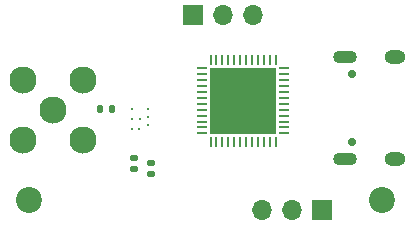
<source format=gbr>
%TF.GenerationSoftware,KiCad,Pcbnew,8.0.0*%
%TF.CreationDate,2024-03-05T20:17:21-06:00*%
%TF.ProjectId,rigel-a-hw,72696765-6c2d-4612-9d68-772e6b696361,rev?*%
%TF.SameCoordinates,Original*%
%TF.FileFunction,Soldermask,Top*%
%TF.FilePolarity,Negative*%
%FSLAX46Y46*%
G04 Gerber Fmt 4.6, Leading zero omitted, Abs format (unit mm)*
G04 Created by KiCad (PCBNEW 8.0.0) date 2024-03-05 20:17:21*
%MOMM*%
%LPD*%
G01*
G04 APERTURE LIST*
G04 Aperture macros list*
%AMRoundRect*
0 Rectangle with rounded corners*
0 $1 Rounding radius*
0 $2 $3 $4 $5 $6 $7 $8 $9 X,Y pos of 4 corners*
0 Add a 4 corners polygon primitive as box body*
4,1,4,$2,$3,$4,$5,$6,$7,$8,$9,$2,$3,0*
0 Add four circle primitives for the rounded corners*
1,1,$1+$1,$2,$3*
1,1,$1+$1,$4,$5*
1,1,$1+$1,$6,$7*
1,1,$1+$1,$8,$9*
0 Add four rect primitives between the rounded corners*
20,1,$1+$1,$2,$3,$4,$5,0*
20,1,$1+$1,$4,$5,$6,$7,0*
20,1,$1+$1,$6,$7,$8,$9,0*
20,1,$1+$1,$8,$9,$2,$3,0*%
G04 Aperture macros list end*
%ADD10C,2.200000*%
%ADD11RoundRect,0.140000X-0.170000X0.140000X-0.170000X-0.140000X0.170000X-0.140000X0.170000X0.140000X0*%
%ADD12RoundRect,0.140000X0.140000X0.170000X-0.140000X0.170000X-0.140000X-0.170000X0.140000X-0.170000X0*%
%ADD13C,0.320000*%
%ADD14RoundRect,0.062500X-0.062500X0.375000X-0.062500X-0.375000X0.062500X-0.375000X0.062500X0.375000X0*%
%ADD15RoundRect,0.062500X-0.375000X0.062500X-0.375000X-0.062500X0.375000X-0.062500X0.375000X0.062500X0*%
%ADD16R,5.600000X5.600000*%
%ADD17C,2.300000*%
%ADD18R,1.700000X1.700000*%
%ADD19O,1.700000X1.700000*%
%ADD20C,0.700025*%
%ADD21O,1.800000X1.200000*%
%ADD22O,2.000000X1.100000*%
G04 APERTURE END LIST*
D10*
%TO.C,H2*%
X102500000Y-117500000D03*
%TD*%
D11*
%TO.C,C22*%
X111400000Y-113920000D03*
X111400000Y-114880000D03*
%TD*%
D12*
%TO.C,C20*%
X109480000Y-109800000D03*
X108520000Y-109800000D03*
%TD*%
D13*
%TO.C,IC1*%
X112600000Y-111140000D03*
X112600000Y-110430000D03*
X112600000Y-109800000D03*
X111825000Y-111480000D03*
X111910000Y-110640000D03*
X111220000Y-111480000D03*
X111220000Y-110640000D03*
X111220000Y-109800000D03*
%TD*%
D14*
%TO.C,U1*%
X123360000Y-105662500D03*
X122860000Y-105662500D03*
X122360000Y-105662500D03*
X121860000Y-105662500D03*
X121360000Y-105662500D03*
X120860000Y-105662500D03*
X120360000Y-105662500D03*
X119860000Y-105662500D03*
X119360000Y-105662500D03*
X118860000Y-105662500D03*
X118360000Y-105662500D03*
X117860000Y-105662500D03*
D15*
X117172500Y-106350000D03*
X117172500Y-106850000D03*
X117172500Y-107350000D03*
X117172500Y-107850000D03*
X117172500Y-108350000D03*
X117172500Y-108850000D03*
X117172500Y-109350000D03*
X117172500Y-109850000D03*
X117172500Y-110350000D03*
X117172500Y-110850000D03*
X117172500Y-111350000D03*
X117172500Y-111850000D03*
D14*
X117860000Y-112537500D03*
X118360000Y-112537500D03*
X118860000Y-112537500D03*
X119360000Y-112537500D03*
X119860000Y-112537500D03*
X120360000Y-112537500D03*
X120860000Y-112537500D03*
X121360000Y-112537500D03*
X121860000Y-112537500D03*
X122360000Y-112537500D03*
X122860000Y-112537500D03*
X123360000Y-112537500D03*
D15*
X124047500Y-111850000D03*
X124047500Y-111350000D03*
X124047500Y-110850000D03*
X124047500Y-110350000D03*
X124047500Y-109850000D03*
X124047500Y-109350000D03*
X124047500Y-108850000D03*
X124047500Y-108350000D03*
X124047500Y-107850000D03*
X124047500Y-107350000D03*
X124047500Y-106850000D03*
X124047500Y-106350000D03*
D16*
X120610000Y-109100000D03*
%TD*%
D11*
%TO.C,C21*%
X112800000Y-114320000D03*
X112800000Y-115280000D03*
%TD*%
D10*
%TO.C,H1*%
X132400000Y-117500000D03*
%TD*%
D17*
%TO.C,U6*%
X102019990Y-107300000D03*
X102019990Y-112380010D03*
X107100000Y-112380010D03*
X107100000Y-107300000D03*
X104559995Y-109840005D03*
%TD*%
D18*
%TO.C,J3*%
X116375000Y-101825000D03*
D19*
X118915000Y-101825000D03*
X121455000Y-101825000D03*
%TD*%
D20*
%TO.C,U4*%
X129800000Y-106819964D03*
X129800000Y-112600000D03*
D21*
X133479960Y-105384861D03*
D22*
X129279807Y-105384861D03*
D21*
X133479960Y-114034849D03*
D22*
X129279807Y-114034849D03*
%TD*%
D18*
%TO.C,J1*%
X127280000Y-118300000D03*
D19*
X124740000Y-118300000D03*
X122200000Y-118300000D03*
%TD*%
M02*

</source>
